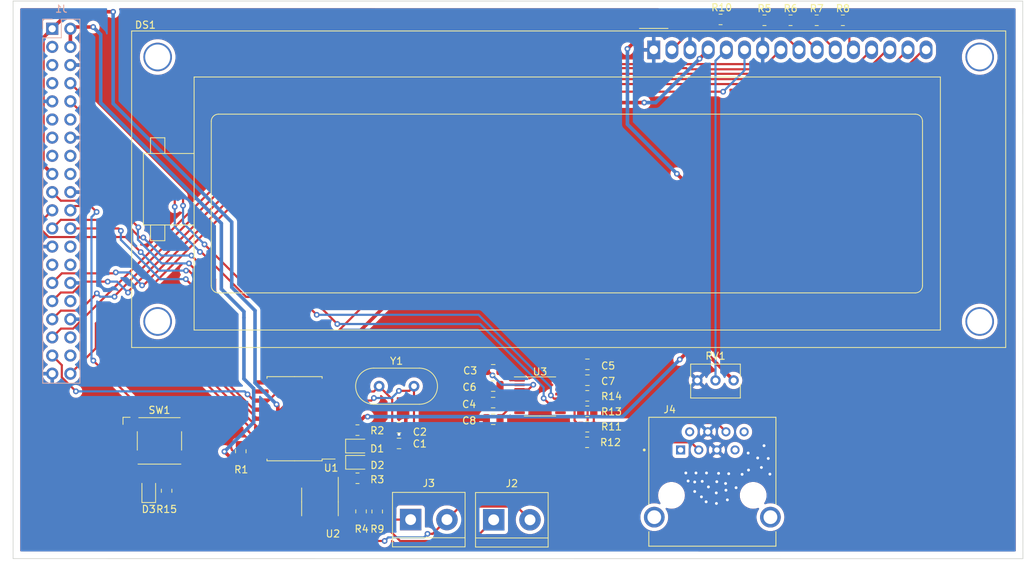
<source format=kicad_pcb>
(kicad_pcb (version 20240108) (generator "pcbnew") (generator_version "8.0")
  (layers (0 "F.Cu" signal) (31 "B.Cu" signal) (34 "B.Paste" user) (35 "F.Paste" user) (36 "B.SilkS" user "B.Silkscreen") (37 "F.SilkS" user "F.Silkscreen") (38 "B.Mask" user) (39 "F.Mask" user) (44 "Edge.Cuts" user))
  (net 0 "")
  (net 1 "GND")
  (net 2 "/OSC O{slash}P")
  (net 3 "/OSC I{slash}P")
  (net 4 "Net-(U3-C1+)")
  (net 5 "Net-(U3-C1-)")
  (net 6 "Net-(U3-C2+)")
  (net 7 "Net-(U3-C2-)")
  (net 8 "+3.3V")
  (net 9 "Net-(U3-VS+)")
  (net 10 "Net-(U3-VS-)")
  (net 11 "/RXCAN")
  (net 12 "Net-(D1-A)")
  (net 13 "/TXCAN")
  (net 14 "Net-(D2-A)")
  (net 15 "Net-(DS1-LEDA)")
  (net 16 "+3V3")
  (net 17 "Net-(DS1-Vo)")
  (net 18 "/GPIO26")
  (net 19 "/GPIO 19 (PCM_FS)")
  (net 20 "Net-(DS1-DB0)")
  (net 21 "Net-(DS1-DB1)")
  (net 22 "Net-(DS1-DB2)")
  (net 23 "Net-(DS1-DB3)")
  (net 24 "/GPIO 13 (PWM1)")
  (net 25 "/GPIO 6")
  (net 26 "/GPIO 5")
  (net 27 "/GPIO21(PCM_DOUT)")
  (net 28 "+5V")
  (net 29 "/GPIO 2 (SDA)")
  (net 30 "/GPIO 3 (SCL)")
  (net 31 "/GPIO 4 (GPCLK0)")
  (net 32 "/GPIO 14 (TXD)")
  (net 33 "/GPIO 15 (RXD)")
  (net 34 "/GPIO 17")
  (net 35 "/GPIO 18 (PCM_CLK)")
  (net 36 "/GPIO 27")
  (net 37 "/GPIO 22")
  (net 38 "/GPIO 23")
  (net 39 "/GPIO 24")
  (net 40 "/GPIO 10 (MOSI)")
  (net 41 "/GPIO 9 (MISO)")
  (net 42 "/GPIO 25")
  (net 43 "/GPIO 11 (SCLK)")
  (net 44 "/GPIO 8 (CE0)")
  (net 45 "/GPIO 7 (CE1)")
  (net 46 "/GPIO 0 (ID_SD)")
  (net 47 "/GPIO 1(ID_SC)")
  (net 48 "/GPIO 12 (PWM0)")
  (net 49 "/GPIO 16")
  (net 50 "/GPIO 20 (PCM_DIN)")
  (net 51 "/CANH")
  (net 52 "/CANL")
  (net 53 "Net-(J3-Pin_1)")
  (net 56 "Net-(J4-Pad6)")
  (net 57 "Net-(J4-Pad3)")
  (net 60 "Net-(U1-~{RESET})")
  (net 61 "Net-(U2-Rs)")
  (net 62 "Net-(U3-R1IN)")
  (net 63 "Net-(U3-T1OUT)")
  (net 64 "Net-(D3-K)")
  (net 65 "Net-(D3-A)")
  (footprint "Capacitor_SMD:C_0805_2012Metric" (layer "F.Cu") (at 101.51 94.64 180)
    (property "Reference" "C2")
    (property "Value" "27pF")
  )
  (footprint "Capacitor_SMD:C_0805_2012Metric" (layer "F.Cu") (at 114.68 91.14)
    (property "Reference" "C4")
    (property "Value" "0.47uF")
  )
  (footprint "Resistor_SMD:R_0805_2012Metric" (layer "F.Cu") (at 127.85 94.52)
    (property "Reference" "R11")
    (property "Value" "0")
  )
  (footprint "TerminalBlock:TerminalBlock_bornier-2_P5.08mm" (layer "F.Cu") (at 114.76 107.54)
    (property "Reference" "J2")
    (property "Value" "Screw_Terminal_01x02")
  )
  (footprint "Capacitor_SMD:C_0805_2012Metric" (layer "F.Cu") (at 114.69 93.48 180)
    (property "Reference" "C8")
    (property "Value" "0.47uF")
  )
  (footprint "Capacitor_SMD:C_0805_2012Metric" (layer "F.Cu") (at 101.51 96.86)
    (property "Reference" "C1")
    (property "Value" "27pF")
  )
  (footprint "Resistor_SMD:R_0805_2012Metric" (layer "F.Cu") (at 79.38 97.95 -90)
    (property "Reference" "R1")
    (property "Value" "10K")
  )
  (footprint "Package_SO:TSSOP-16_4.4x5mm_P0.65mm" (layer "F.Cu") (at 121.24 90.28)
    (property "Reference" "U3")
    (property "Value" "MAX3232")
  )
  (footprint "Package_SO:SOIC-8_3.9x4.9mm_P1.27mm" (layer "F.Cu") (at 90.455 105.035 -90)
    (property "Reference" "U2")
    (property "Value" "MCP2551-I-SN")
  )
  (footprint "Button_Switch_SMD:SW_SPST_Omron_B3FS-100xP" (layer "F.Cu") (at 68 96.5)
    (property "Reference" "SW1")
    (property "Value" "SW_Omron_B3FS")
  )
  (footprint "Capacitor_SMD:C_0805_2012Metric" (layer "F.Cu") (at 127.87 88.01)
    (property "Reference" "C7")
    (property "Value" "0.1uF")
  )
  (footprint "Capacitor_SMD:C_0805_2012Metric" (layer "F.Cu") (at 114.69 86.56 180)
    (property "Reference" "C3")
    (property "Value" "0.1uF")
  )
  (footprint "Capacitor_SMD:C_0805_2012Metric" (layer "F.Cu") (at 127.87 85.79)
    (property "Reference" "C5")
    (property "Value" "1uF")
  )
  (footprint "Resistor_SMD:R_0805_2012Metric" (layer "F.Cu") (at 98.46 106.38 -90)
    (property "Reference" "R9")
    (property "Value" "120")
  )
  (footprint "LED_SMD:LED_0805_2012Metric" (layer "F.Cu") (at 66.505 103.4375 90)
    (property "Reference" "D3")
    (property "Value" "LED")
  )
  (footprint "Resistor_SMD:R_0805_2012Metric" (layer "F.Cu") (at 96.2 106.36 90)
    (property "Reference" "R4")
    (property "Value" "10K")
  )
  (footprint "Resistor_SMD:R_0805_2012Metric" (layer "F.Cu") (at 69 103.4775 90)
    (property "Reference" "R15")
    (property "Value" "R")
  )
  (footprint "Resistor_SMD:R_0805_2012Metric" (layer "F.Cu") (at 156.29 37.66)
    (property "Reference" "R6")
    (property "Value" "10k")
  )
  (footprint "Resistor_SMD:R_0805_2012Metric" (layer "F.Cu") (at 146.5 37.54 180)
    (property "Reference" "R10")
    (property "Value" "330")
  )
  (footprint "Crystal:Crystal_HC49-4H_Vertical" (layer "F.Cu") (at 98.73 88.85)
    (property "Reference" "Y1")
    (property "Value" "8MHz")
  )
  (footprint "Resistor_SMD:R_0805_2012Metric" (layer "F.Cu") (at 127.85 92.36)
    (property "Reference" "R13")
    (property "Value" "NM")
  )
  (footprint "Potentiometer_THT:Potentiometer_Bourns_3266Y_Vertical" (layer "F.Cu") (at 148.33 88.04)
    (property "Reference" "RV1")
    (property "Value" "4.7K")
  )
  (footprint "Package_SO:SOIC-18W_7.5x11.6mm_P1.27mm" (layer "F.Cu") (at 86.9 93.4 180)
    (property "Reference" "U1")
    (property "Value" "MCP2515-xSO")
  )
  (footprint "Resistor_SMD:R_0805_2012Metric" (layer "F.Cu") (at 95.6975 94.99)
    (property "Reference" "R2")
    (property "Value" "1k")
  )
  (footprint "Resistor_SMD:R_0805_2012Metric" (layer "F.Cu") (at 152.6375 37.66)
    (property "Reference" "R5")
    (property "Value" "10k")
  )
  (footprint "Resistor_SMD:R_0805_2012Metric" (layer "F.Cu") (at 159.95 37.66)
    (property "Reference" "R7")
    (property "Value" "10k")
  )
  (footprint "Resistor_SMD:R_0805_2012Metric" (layer "F.Cu") (at 163.61 37.66)
    (property "Reference" "R8")
    (property "Value" "10k")
  )
  (footprint "LED_SMD:LED_0805_2012Metric" (layer "F.Cu") (at 95.737498 99.498332)
    (property "Reference" "D2")
    (property "Value" "LED")
  )
  (footprint "TerminalBlock:TerminalBlock_bornier-2_P5.08mm" (layer "F.Cu") (at 103.14 107.51)
    (property "Reference" "J3")
    (property "Value" "Screw_Terminal_01x02")
  )
  (footprint "Resistor_SMD:R_0805_2012Metric" (layer "F.Cu") (at 127.85 90.2)
    (property "Reference" "R14")
    (property "Value" "NM")
  )
  (footprint "Resistor_SMD:R_0805_2012Metric" (layer "F.Cu") (at 95.704166 101.73)
    (property "Reference" "R3")
    (property "Value" "1k")
  )
  (footprint "RJ45-8N-B:TE_RJ45-8N-B" (layer "F.Cu") (at 145.35 104.12)
    (property "Reference" "J4")
    (property "Value" "RJ45")
  )
  (footprint "Display:HY1602E" (layer "F.Cu") (at 137.15 41.7925)
    (property "Reference" "DS1")
    (property "Value" "HY1602E")
  )
  (footprint "Capacitor_SMD:C_0805_2012Metric" (layer "F.Cu") (at 114.69 88.833333 180)
    (property "Reference" "C6")
    (property "Value" "0.47uF")
  )
  (footprint "LED_SMD:LED_0805_2012Metric" (layer "F.Cu") (at 95.730832 97.221666)
    (property "Reference" "D1")
    (property "Value" "LED")
  )
  (footprint "Resistor_SMD:R_0805_2012Metric" (layer "F.Cu") (at 127.83 96.7)
    (property "Reference" "R12")
    (property "Value" "0")
  )
  (footprint "Connector_PinSocket_2.54mm:PinSocket_2x20_P2.54mm_Vertical" (layer "B.Cu") (at 53 38.84 180)
    (property "Reference" "J1")
    (property "Value" "Conn_02x20_Odd_Even")
  )
  (gr_line (start 188.79 112.98) (end 47.53 112.97) (stroke (width 0.1)) (layer "Edge.Cuts"))
  (gr_line (start 47.53 112.97) (end 47.53 34.97) (stroke (width 0.1)) (layer "Edge.Cuts"))
  (gr_line (start 188.77 34.98) (end 188.79 112.98) (stroke (width 0.1)) (layer "Edge.Cuts"))
  (gr_line (start 47.53 34.97) (end 188.77 34.98) (stroke (width 0.1)) (layer "Edge.Cuts"))
  (via (at 101.51 95.597336) (size 0.8) (drill 0.4) (layers "F.Cu" "B.Cu") (net 1))
  (via (at 142.88 102.25) (size 0.8) (drill 0.4) (layers "F.Cu" "B.Cu") (net 1))
  (via (at 143.06 100.99) (size 0.8) (drill 0.4) (layers "F.Cu" "B.Cu") (net 1))
  (via (at 147.25 103.4) (size 0.8) (drill 0.4) (layers "F.Cu" "B.Cu") (net 1))
  (via (at 142.88 103.58) (size 0.8) (drill 0.4) (layers "F.Cu" "B.Cu") (net 1))
  (via (at 153.17 98.96) (size 0.8) (drill 0.4) (layers "F.Cu" "B.Cu") (net 1))
  (via (at 150.36 98.2) (size 0.8) (drill 0.4) (layers "F.Cu" "B.Cu") (net 1))
  (via (at 141.96 102.11) (size 0.8) (drill 0.4) (layers "F.Cu" "B.Cu") (net 1))
  (via (at 149.51 101.18) (size 0.8) (drill 0.4) (layers "F.Cu" "B.Cu") (net 1))
  (via (at 152.58 97.17) (size 0.8) (drill 0.4) (layers "F.Cu" "B.Cu") (net 1))
  (via (at 144.48 105.02) (size 0.8) (drill 0.4) (layers "F.Cu" "B.Cu") (net 1))
  (via (at 141.64 100.99) (size 0.8) (drill 0.4) (layers "F.Cu" "B.Cu") (net 1))
  (via (at 145.97 102.21) (size 0.8) (drill 0.4) (layers "F.Cu" "B.Cu") (net 1))
  (via (at 150.41 100.58) (size 0.8) (drill 0.4) (layers "F.Cu" "B.Cu") (net 1))
  (via (at 147.45 104.75) (size 0.8) (drill 0.4) (layers "F.Cu" "B.Cu") (net 1))
  (via (at 146.22 101.04) (size 0.8) (drill 0.4) (layers "F.Cu" "B.Cu") (net 1))
  (via (at 145.92 105.25) (size 0.8) (drill 0.4) (layers "F.Cu" "B.Cu") (net 1))
  (via (at 144.8 102.94) (size 0.8) (drill 0.4) (layers "F.Cu" "B.Cu") (net 1))
  (via (at 152.21 100.22) (size 0.8) (drill 0.4) (layers "F.Cu" "B.Cu") (net 1))
  (via (at 145.9 103.78) (size 0.8) (drill 0.4) (layers "F.Cu" "B.Cu") (net 1))
  (via (at 147.64 101.09) (size 0.8) (drill 0.4) (layers "F.Cu" "B.Cu") (net 1))
  (via (at 147.2 102.46) (size 0.8) (drill 0.4) (layers "F.Cu" "B.Cu") (net 1))
  (via (at 144.53 100.99) (size 0.8) (drill 0.4) (layers "F.Cu" "B.Cu") (net 1))
  (via (at 151.69 98.89) (size 0.8) (drill 0.4) (layers "F.Cu" "B.Cu") (net 1))
  (via (at 143.82 104.33) (size 0.8) (drill 0.4) (layers "F.Cu" "B.Cu") (net 1))
  (via (at 148.67 103.05) (size 0.8) (drill 0.4) (layers "F.Cu" "B.Cu") (net 1))
  (via (at 153.4 101.15) (size 0.8) (drill 0.4) (layers "F.Cu" "B.Cu") (net 1))
  (via (at 143.93 102.16) (size 0.8) (drill 0.4) (layers "F.Cu" "B.Cu") (net 1))
  (segment (start 101.62 95.707336) (end 101.51 95.597336) (width 0.3) (layer "B.Cu") (net 1))
  (segment (start 101.62 96.18) (end 101.62 95.707336) (width 0.3) (layer "B.Cu") (net 1))
  (segment (start 97.64 90.86) (end 98 90.5) (width 0.3) (layer "F.Cu") (net 2))
  (segment (start 102.96 89.5) (end 103.61 88.85) (width 0.3) (layer "F.Cu") (net 2))
  (segment (start 103.61 88.85) (end 103.61 95.71) (width 0.3) (layer "F.Cu") (net 2))
  (segment (start 101.5 89.5) (end 102.96 89.5) (width 0.3) (layer "F.Cu") (net 2))
  (segment (start 103.61 95.71) (end 102.46 96.86) (width 0.3) (layer "F.Cu") (net 2))
  (segment (start 91.55 90.86) (end 97.64 90.86) (width 0.3) (layer "F.Cu") (net 2))
  (via (at 98 90.5) (size 0.8) (drill 0.4) (layers "F.Cu" "B.Cu") (net 2))
  (via (at 101.5 89.5) (size 0.8) (drill 0.4) (layers "F.Cu" "B.Cu") (net 2))
  (segment (start 100.5 90.5) (end 101.5 89.5) (width 0.3) (layer "B.Cu") (net 2))
  (segment (start 98 90.5) (end 100.5 90.5) (width 0.3) (layer "B.Cu") (net 2))
  (segment (start 97.99 89.59) (end 91.55 89.59) (width 0.3) (layer "F.Cu") (net 3))
  (segment (start 100.56 90.68) (end 98.73 88.85) (width 0.3) (layer "F.Cu") (net 3))
  (segment (start 98.73 88.85) (end 97.99 89.59) (width 0.3) (layer "F.Cu") (net 3))
  (segment (start 100.56 94.64) (end 100.56 90.68) (width 0.3) (layer "F.Cu") (net 3))
  (segment (start 117.085 88.005) (end 118.3775 88.005) (width 0.3) (layer "F.Cu") (net 4))
  (segment (start 115.64 86.56) (end 117.085 88.005) (width 0.3) (layer "F.Cu") (net 4))
  (segment (start 113.74 86.56) (end 113.81818 86.56) (width 0.3) (layer "F.Cu") (net 5))
  (segment (start 120.3 88.64) (end 119.635 89.305) (width 0.3) (layer "F.Cu") (net 5))
  (segment (start 119.635 89.305) (end 118.3775 89.305) (width 0.3) (layer "F.Cu") (net 5))
  (segment (start 113.81818 86.56) (end 114.58779 87.32961) (width 0.3) (layer "F.Cu") (net 5))
  (via (at 120.3 88.64) (size 0.8) (drill 0.4) (layers "F.Cu" "B.Cu") (net 5))
  (via (at 114.58779 87.32961) (size 0.8) (drill 0.4) (layers "F.Cu" "B.Cu") (net 5))
  (segment (start 114.58779 87.32961) (end 115.89818 88.64) (width 0.3) (layer "B.Cu") (net 5))
  (segment (start 115.89818 88.64) (end 120.3 88.64) (width 0.3) (layer "B.Cu") (net 5))
  (segment (start 114.915 89.955) (end 113.73 91.14) (width 0.3) (layer "F.Cu") (net 6))
  (segment (start 118.3775 89.955) (end 114.915 89.955) (width 0.3) (layer "F.Cu") (net 6))
  (segment (start 116.165 90.605) (end 115.63 91.14) (width 0.3) (layer "F.Cu") (net 7))
  (segment (start 118.3775 90.605) (end 116.165 90.605) (width 0.3) (layer "F.Cu") (net 7))
  (segment (start 126.92 85.79) (end 126.92 88.01) (width 0.5) (layer "F.Cu") (net 8))
  (segment (start 124.1025 88.005) (end 126.915 88.005) (width 0.5) (layer "F.Cu") (net 8))
  (segment (start 126.915 88.005) (end 126.92 88.01) (width 0.5) (layer "F.Cu") (net 8))
  (segment (start 115.64 88.833333) (end 115.818333 88.655) (width 0.3) (layer "F.Cu") (net 9))
  (segment (start 115.818333 88.655) (end 118.3775 88.655) (width 0.3) (layer "F.Cu") (net 9))
  (segment (start 115.64 93.255001) (end 115.64 93.48) (width 0.3) (layer "F.Cu") (net 10))
  (segment (start 118.3775 91.255) (end 117.640001 91.255) (width 0.3) (layer "F.Cu") (net 10))
  (segment (start 117.640001 91.255) (end 115.64 93.255001) (width 0.3) (layer "F.Cu") (net 10))
  (segment (start 88.55 102.56) (end 88.55 99.185001) (width 0.3) (layer "F.Cu") (net 11))
  (segment (start 94.793332 97.221666) (end 91.561666 97.221666) (width 0.3) (layer "F.Cu") (net 11))
  (segment (start 91.561666 97.221666) (end 91.55 97.21) (width 0.3) (layer "F.Cu") (net 11))
  (segment (start 88.55 99.185001) (end 90.525001 97.21) (width 0.3) (layer "F.Cu") (net 11))
  (segment (start 90.525001 97.21) (end 91.55 97.21) (width 0.3) (layer "F.Cu") (net 11))
  (segment (start 96.61 94.99) (end 96.61 97.163334) (width 0.3) (layer "F.Cu") (net 12))
  (segment (start 96.61 97.163334) (end 96.668332 97.221666) (width 0.3) (layer "F.Cu") (net 12))
  (segment (start 93.781666 98.48) (end 91.55 98.48) (width 0.3) (layer "F.Cu") (net 13))
  (segment (start 94.799998 99.498332) (end 93.781666 98.48) (width 0.3) (layer "F.Cu") (net 13))
  (segment (start 92.36 102.56) (end 92.36 99.29) (width 0.3) (layer "F.Cu") (net 13))
  (segment (start 92.36 99.29) (end 91.55 98.48) (width 0.3) (layer "F.Cu") (net 13))
  (segment (start 96.674998 101.671668) (end 96.616666 101.73) (width 0.3) (layer "F.Cu") (net 14))
  (segment (start 96.674998 99.498332) (end 96.674998 101.671668) (width 0.3) (layer "F.Cu") (net 14))
  (segment (start 139.69 40.63) (end 139.69 41.7925) (width 0.3) (layer "F.Cu") (net 15))
  (segment (start 143.9425 37.54) (end 145.5875 37.54) (width 0.3) (layer "F.Cu") (net 15))
  (segment (start 139.69 41.7925) (end 143.9425 37.54) (width 0.3) (layer "F.Cu") (net 15))
  (segment (start 84.29 97.92) (end 83.73 98.48) (width 0.5) (layer "F.Cu") (net 16))
  (segment (start 144.77 41.83) (end 143.56 43.04) (width 0.5) (layer "F.Cu") (net 16))
  (segment (start 128.01 49.17) (end 84.56 92.62) (width 0.5) (layer "F.Cu") (net 16))
  (segment (start 144.77 41.7925) (end 144.77 41.83) (width 0.5) (layer "F.Cu") (net 16))
  (segment (start 84.56 92.62) (end 84.56 91.57) (width 0.5) (layer "F.Cu") (net 16))
  (segment (start 53 38.84) (end 51.7 40.14) (width 0.5) (layer "F.Cu") (net 16))
  (segment (start 84.56 91.57) (end 84.38 91.39) (width 0.5) (layer "F.Cu") (net 16))
  (segment (start 84.56 92.62) (end 84.56 97.92) (width 0.5) (layer "F.Cu") (net 16))
  (segment (start 84.56 97.92) (end 84.29 97.92) (width 0.5) (layer "F.Cu") (net 16))
  (segment (start 61.52 36.47) (end 55.37 36.47) (width 0.5) (layer "F.Cu") (net 16))
  (segment (start 135.82 49.17) (end 128.01 49.17) (width 0.5) (layer "F.Cu") (net 16))
  (segment (start 55.37 36.47) (end 53 38.84) (width 0.5) (layer "F.Cu") (net 16))
  (segment (start 83.73 98.48) (end 82.25 98.48) (width 0.5) (layer "F.Cu") (net 16))
  (segment (start 51.7 40.14) (end 51.7 57.86) (width 0.5) (layer "F.Cu") (net 16))
  (segment (start 51.7 57.86) (end 53 59.16) (width 0.5) (layer "F.Cu") (net 16))
  (via (at 135.82 49.17) (size 0.8) (drill 0.4) (layers "F.Cu" "B.Cu") (net 16))
  (via (at 143.56 43.04) (size 0.8) (drill 0.4) (layers "F.Cu" "B.Cu") (net 16))
  (via (at 61.52 36.47) (size 0.8) (drill 0.4) (layers "F.Cu" "B.Cu") (net 16))
  (via (at 84.38 91.39) (size 0.8) (drill 0.4) (layers "F.Cu" "B.Cu") (net 16))
  (segment (start 143.56 43.04) (end 137.43 49.17) (width 0.5) (layer "B.Cu") (net 16))
  (segment (start 78.11 65.89) (end 72.55 60.33) (width 0.5) (layer "B.Cu") (net 16))
  (segment (start 78.11 75.007918) (end 78.11 65.89) (width 0.5) (layer "B.Cu") (net 16))
  (segment (start 81.37 88.38) (end 81.37 78.267918) (width 0.5) (layer "B.Cu") (net 16))
  (segment (start 81.37 78.267918) (end 78.11 75.007918) (width 0.5) (layer "B.Cu") (net 16))
  (segment (start 72.55 60.33) (end 61.52 49.3) (width 0.5) (layer "B.Cu") (net 16))
  (segment (start 84.38 91.39) (end 81.37 88.38) (width 0.5) (layer "B.Cu") (net 16))
  (segment (start 61.52 49.3) (end 61.52 36.47) (width 0.5) (layer "B.Cu") (net 16))
  (segment (start 137.43 49.17) (end 135.82 49.17) (width 0.5) (layer "B.Cu") (net 16))
  (segment (start 145.79 43.3125) (end 147.31 41.7925) (width 0.3) (layer "B.Cu") (net 17))
  (segment (start 145.79 88.04) (end 145.79 43.3125) (width 0.3) (layer "B.Cu") (net 17))
  (segment (start 56.55 89.57) (end 56.312943 89.57) (width 0.3) (layer "F.Cu") (net 18))
  (segment (start 126.484999 47.65) (end 83.274999 90.86) (width 0.3) (layer "F.Cu") (net 18))
  (segment (start 54.34 87.597057) (end 56.312943 89.57) (width 0.3) (layer "F.Cu") (net 18))
  (segment (start 81.2 90.86) (end 82.25 90.86) (width 0.3) (layer "F.Cu") (net 18))
  (segment (start 83.274999 90.86) (end 82.25 90.86) (width 0.3) (layer "F.Cu") (net 18))
  (segment (start 80.33 89.99) (end 81.2 90.86) (width 0.3) (layer "F.Cu") (net 18))
  (segment (start 54.34 85.9) (end 54.34 87.597057) (width 0.3) (layer "F.Cu") (net 18))
  (segment (start 53 84.56) (end 54.34 85.9) (width 0.3) (layer "F.Cu") (net 18))
  (segment (start 146.86 47.65) (end 126.484999 47.65) (width 0.3) (layer "F.Cu") (net 18))
  (via (at 80.33 89.99) (size 0.8) (drill 0.4) (layers "F.Cu" "B.Cu") (net 18))
  (via (at 146.86 47.65) (size 0.8) (drill 0.4) (layers "F.Cu" "B.Cu") (net 18))
  (via (at 56.312943 89.57) (size 0.8) (drill 0.4) (layers "F.Cu" "B.Cu") (net 18))
  (segment (start 149.85 44.66) (end 146.86 47.65) (width 0.3) (layer "B.Cu") (net 18))
  (segment (start 149.85 41.7925) (end 149.85 44.66) (width 0.3) (layer "B.Cu") (net 18))
  (segment (start 56.312943 89.57) (end 79.91 89.57) (width 0.3) (layer "B.Cu") (net 18))
  (segment (start 79.91 89.57) (end 80.33 89.99) (width 0.3) (layer "B.Cu") (net 18))
  (segment (start 54.23 80.79) (end 53 82.02) (width 0.3) (layer "F.Cu") (net 19))
  (segment (start 92.927057 43.79) (end 55.927057 80.79) (width 0.3) (layer "F.Cu") (net 19))
  (segment (start 55.927057 80.79) (end 54.23 80.79) (width 0.3) (layer "F.Cu") (net 19))
  (segment (start 152.9325 43.79) (end 92.927057 43.79) (width 0.3) (layer "F.Cu") (net 19))
  (segment (start 154.93 41.7925) (end 152.9325 43.79) (width 0.3) (layer "F.Cu") (net 19))
  (segment (start 153.55 37.8725) (end 157.47 41.7925) (width 0.3) (layer "F.Cu") (net 20))
  (segment (start 153.55 37.66) (end 153.55 37.8725) (width 0.3) (layer "F.Cu") (net 20))
  (segment (start 157.2025 37.66) (end 157.2025 38.985) (width 0.3) (layer "F.Cu") (net 21))
  (segment (start 157.2025 38.985) (end 160.01 41.7925) (width 0.3) (layer "F.Cu") (net 21))
  (segment (start 160.8625 40.105) (end 162.55 41.7925) (width 0.3) (layer "F.Cu") (net 22))
  (segment (start 160.8625 37.66) (end 160.8625 40.105) (width 0.3) (layer "F.Cu") (net 22))
  (segment (start 164.5225 37.66) (end 164.5225 41.225) (width 0.3) (layer "F.Cu") (net 23))
  (segment (start 164.5225 41.225) (end 165.09 41.7925) (width 0.3) (layer "F.Cu") (net 23))
  (segment (start 93.61 44.35) (end 61.71 76.25) (width 0.3) (layer "F.Cu") (net 24))
  (segment (start 164.9125 44.51) (end 141.84 44.51) (width 0.3) (layer "F.Cu") (net 24))
  (segment (start 141.84 44.51) (end 141.68 44.35) (width 0.3) (layer "F.Cu") (net 24))
  (segment (start 167.63 41.7925) (end 164.9125 44.51) (width 0.3) (layer "F.Cu") (net 24))
  (segment (start 59.24 75.86) (end 56.82 78.28) (width 0.3) (layer "F.Cu") (net 24))
  (segment (start 61.71 76.25) (end 61.71 76.33) (width 0.3) (layer "F.Cu") (net 24))
  (segment (start 54.2 78.28) (end 53 79.48) (width 0.3) (layer "F.Cu") (net 24))
  (segment (start 141.68 44.35) (end 93.61 44.35) (width 0.3) (layer "F.Cu") (net 24))
  (segment (start 56.82 78.28) (end 54.2 78.28) (width 0.3) (layer "F.Cu") (net 24))
  (via (at 59.24 75.86) (size 0.8) (drill 0.4) (layers "F.Cu" "B.Cu") (net 24))
  (via (at 61.71 76.33) (size 0.8) (drill 0.4) (layers "F.Cu" "B.Cu") (net 24))
  (segment (start 59.71 76.33) (end 59.24 75.86) (width 0.3) (layer "B.Cu") (net 24))
  (segment (start 61.71 76.33) (end 59.71 76.33) (width 0.3) (layer "B.Cu") (net 24))
  (segment (start 54.2 75.74) (end 53 76.94) (width 0.3) (layer "F.Cu") (net 25))
  (segment (start 60.76 74.22) (end 57.417057 74.22) (width 0.3) (layer "F.Cu") (net 25))
  (segment (start 94.1 45.15) (end 63.6 75.65) (width 0.3) (layer "F.Cu") (net 25))
  (segment (start 169.797767 41.7925) (end 166.440267 45.15) (width 0.3) (layer "F.Cu") (net 25))
  (segment (start 166.440267 45.15) (end 94.1 45.15) (width 0.3) (layer "F.Cu") (net 25))
  (segment (start 55.897057 75.74) (end 54.2 75.74) (width 0.3) (layer "F.Cu") (net 25))
  (segment (start 170.17 41.7925) (end 169.797767 41.7925) (width 0.3) (layer "F.Cu") (net 25))
  (segment (start 63.6 75.65) (end 63.6 75.75) (width 0.3) (layer "F.Cu") (net 25))
  (segment (start 57.417057 74.22) (end 55.897057 75.74) (width 0.3) (layer "F.Cu") (net 25))
  (segment (start 170.17 41.7925) (end 170.17 40.9925) (width 0.3) (layer "F.Cu") (net 25))
  (via (at 63.6 75.75) (size 0.8) (drill 0.4) (layers "F.Cu" "B.Cu") (net 25))
  (via (at 60.76 74.22) (size 0.8) (drill 0.4) (layers "F.Cu" "B.Cu") (net 25))
  (segment (start 63.6 75.75) (end 62.07 74.22) (width 0.3) (layer "B.Cu") (net 25))
  (segment (start 62.07 74.22) (end 60.76 74.22) (width 0.3) (layer "B.Cu") (net 25))
  (segment (start 54.34 73.06) (end 53 74.4) (width 0.3) (layer "F.Cu") (net 26))
  (segment (start 168.6425 45.86) (end 165.1 45.86) (width 0.3) (layer "F.Cu") (net 26))
  (segment (start 165.1 45.86) (end 165.07 45.89) (width 0.3) (layer "F.Cu") (net 26))
  (segment (start 172.71 41.7925) (end 168.6425 45.86) (width 0.3) (layer "F.Cu") (net 26))
  (segment (start 94.4 46.09) (end 91.78 48.71) (width 0.3) (layer "F.Cu") (net 26))
  (segment (start 65.749669 74.740331) (end 65.570331 74.740331) (width 0.3) (layer "F.Cu") (net 26))
  (segment (start 94.4 46.08) (end 94.4 46.09) (width 0.3) (layer "F.Cu") (net 26))
  (segment (start 96.12 45.89) (end 96.11 45.9) (width 0.3) (layer "F.Cu") (net 26))
  (segment (start 61.76 73.06) (end 54.34 73.06) (width 0.3) (layer "F.Cu") (net 26))
  (segment (start 84.31 56.18) (end 65.749669 74.740331) (width 0.3) (layer "F.Cu") (net 26))
  (segment (start 96.11 45.9) (end 94.58 45.9) (width 0.3) (layer "F.Cu") (net 26))
  (segment (start 165.07 45.89) (end 96.12 45.89) (width 0.3) (layer "F.Cu") (net 26))
  (segment (start 61.89 72.93) (end 61.76 73.06) (width 0.3) (layer "F.Cu") (net 26))
  (segment (start 91.78 48.71) (end 84.31 56.18) (width 0.3) (layer "F.Cu") (net 26))
  (segment (start 94.58 45.9) (end 94.4 46.08) (width 0.3) (layer "F.Cu") (net 26))
  (via (at 61.89 72.93) (size 0.8) (drill 0.4) (layers "F.Cu" "B.Cu") (net 26))
  (via (at 65.570331 74.740331) (size 0.8) (drill 0.4) (layers "F.Cu" "B.Cu") (net 26))
  (segment (start 63.76 72.93) (end 61.89 72.93) (width 0.3) (layer "B.Cu") (net 26))
  (segment (start 65.570331 74.740331) (end 63.76 72.93) (width 0.3) (layer "B.Cu") (net 26))
  (segment (start 59.1 80.06) (end 59.1 83.54) (width 0.3) (layer "F.Cu") (net 27))
  (segment (start 95.14 46.58) (end 63.76 77.96) (width 0.3) (layer "F.Cu") (net 27))
  (segment (start 174.877767 41.7925) (end 170.090267 46.58) (width 0.3) (layer "F.Cu") (net 27))
  (segment (start 175.25 41.7925) (end 174.877767 41.7925) (width 0.3) (layer "F.Cu") (net 27))
  (segment (start 59.1 83.54) (end 55.54 87.1) (width 0.3) (layer "F.Cu") (net 27))
  (segment (start 170.090267 46.58) (end 95.14 46.58) (width 0.3) (layer "F.Cu") (net 27))
  (segment (start 63.76 77.96) (end 61.2 77.96) (width 0.3) (layer "F.Cu") (net 27))
  (segment (start 61.2 77.96) (end 59.1 80.06) (width 0.3) (layer "F.Cu") (net 27))
  (segment (start 95.737498 100.784168) (end 95.737498 98.747968) (width 0.5) (layer "F.Cu") (net 28))
  (segment (start 58.73 38.6) (end 55.78 38.6) (width 0.5) (layer "F.Cu") (net 28))
  (segment (start 93.236666 103.985) (end 90.175 103.985) (width 0.5) (layer "F.Cu") (net 28))
  (segment (start 147.4125 37.54) (end 146.2625 36.39) (width 0.5) (layer "F.Cu") (net 28))
  (segment (start 94.791666 101.73) (end 95.737498 100.784168) (width 0.5) (layer "F.Cu") (net 28))
  (segment (start 142.46 83.44) (end 143.73 83.44) (width 0.5) (layer "F.Cu") (net 28))
  (segment (start 90.175 103.985) (end 89.82 103.63) (width 0.5) (layer "F.Cu") (net 28))
  (segment (start 96.665 93.11) (end 97.12 93.11) (width 0.5) (layer "F.Cu") (net 28))
  (segment (start 84.5025 103.985) (end 89.369999 103.985) (width 0.5) (layer "F.Cu") (net 28))
  (segment (start 143.73 62.47) (end 140.39 59.13) (width 0.5) (layer "F.Cu") (net 28))
  (segment (start 143.73 83.44) (end 143.73 62.47) (width 0.5) (layer "F.Cu") (net 28))
  (segment (start 94.785 94.99) (end 96.665 93.11) (width 0.5) (layer "F.Cu") (net 28))
  (segment (start 79.38 98.8625) (end 84.5025 103.985) (width 0.5) (layer "F.Cu") (net 28))
  (segment (start 140.79 85.11) (end 142.46 83.44) (width 0.5) (layer "F.Cu") (net 28))
  (segment (start 79.38 98.8625) (end 77.9625 98.8625) (width 0.5) (layer "F.Cu") (net 28))
  (segment (start 95.737498 98.747968) (end 95.730832 98.741302) (width 0.5) (layer "F.Cu") (net 28))
  (segment (start 94.791666 102.43) (end 93.236666 103.985) (width 0.5) (layer "F.Cu") (net 28))
  (segment (start 138.73 36.39) (end 133.47 41.65) (width 0.5) (layer "F.Cu") (net 28))
  (segment (start 89.82 103.63) (end 89.82 102.56) (width 0.5) (layer "F.Cu") (net 28))
  (segment (start 95.730832 98.741302) (end 95.730832 95.935832) (width 0.5) (layer "F.Cu") (net 28))
  (segment (start 89.369999 103.985) (end 89.82 103.534999) (width 0.5) (layer "F.Cu") (net 28))
  (segment (start 55.54 38.84) (end 55.54 41.38) (width 0.5) (layer "F.Cu") (net 28))
  (segment (start 95.730832 95.935832) (end 94.785 94.99) (width 0.5) (layer "F.Cu") (net 28))
  (segment (start 148.33 88.04) (end 143.73 83.44) (width 0.5) (layer "F.Cu") (net 28))
  (segment (start 77.9625 98.8625) (end 77.09 97.99) (width 0.5) (layer "F.Cu") (net 28))
  (segment (start 89.82 103.534999) (end 89.82 102.56) (width 0.5) (layer "F.Cu") (net 28))
  (segment (start 55.78 38.6) (end 55.54 38.84) (width 0.5) (layer "F.Cu") (net 28))
  (segment (start 94.791666 101.73) (end 94.791666 102.43) (width 0.5) (layer "F.Cu") (net 28))
  (segment (start 146.2625 36.39) (end 138.73 36.39) (width 0.5) (layer "F.Cu") (net 28))
  (via (at 58.73 38.6) (size 0.8) (drill 0.4) (layers "F.Cu" "B.Cu") (net 28))
  (via (at 97.12 93.11) (size 0.8) (drill 0.4) (layers "F.Cu" "B.Cu") (net 28))
  (via (at 140.39 59.13) (size 0.8) (drill 0.4) (layers "F.Cu" "B.Cu") (net 28))
  (via (at 140.79 85.11) (size 0.8) (drill 0.4) (layers "F.Cu" "B.Cu") (net 28))
  (via (at 133.47 41.65) (size 0.8) (drill 0.4) (layers "F.Cu" "B.Cu") (net 28))
  (via (at 77.09 97.99) (size 0.8) (drill 0.4) (layers "F.Cu" "B.Cu") (net 28))
  (segment (start 81.18 93.9) (end 81.18 89.17995) (width 0.5) (layer "B.Cu") (net 28))
  (segment (start 81.18 89.17995) (end 79.82 87.81995) (width 0.5) (layer "B.Cu") (net 28))
  (segment (start 77.09 97.99) (end 81.18 93.9) (width 0.5) (layer "B.Cu") (net 28))
  (segment (start 79.82 79.26) (end 79.82 78.41) (width 0.5) (layer "B.Cu") (net 28))
  (segment (start 79.82 78.41) (end 76.66 75.25) (width 0.5) (layer "B.Cu") (net 28))
  (segment (start 76.66 66.07) (end 59.78 49.19) (width 0.5) (layer "B.Cu") (net 28))
  (segment (start 97.12 93.11) (end 132.79 93.11) (width 0.5) (layer "B.Cu") (net 28))
  (segment (start 132.79 93.11) (end 140.79 85.11) (width 0.5) (layer "B.Cu") (net 28))
  (segment (start 133.47 41.65) (end 133.47 52.21) (width 0.5) (layer "B.Cu") (net 28))
  (segment (start 76.66 75.25) (end 76.66 66.07) (width 0.5) (layer "B.Cu") (net 28))
  (segment (start 133.47 52.21) (end 140.39 59.13) (width 0.5) (layer "B.Cu") (net 28))
  (segment (start 59.78 49.19) (end 59.78 39.65) (width 0.5) (layer "B.Cu") (net 28))
  (segment (start 59.78 39.65) (end 58.73 38.6) (width 0.5) (layer "B.Cu") (net 28))
  (segment (start 79.82 87.81995) (end 79.82 79.26) (width 0.5) (layer "B.Cu") (net 28))
  (segment (start 74.3 69.01) (end 80.875 75.585) (width 0.3) (layer "F.Cu") (net 32))
  (segment (start 80.875 75.585) (end 88.315 75.585) (width 0.3) (layer "F.Cu") (net 32))
  (segment (start 121.75 90.54) (end 122.465 91.255) (width 0.3) (layer "F.Cu") (net 32))
  (segment (start 122.465 91.255) (end 124.1025 91.255) (width 0.3) (layer "F.Cu") (net 32))
  (segment (start 71.3 62.22) (end 71.3 63.59) (width 0.3) (layer "F.Cu") (net 32))
  (segment (start 55.54 46.46) (end 71.3 62.22) (width 0.3) (layer "F.Cu") (net 32))
  (segment (start 88.315 75.585) (end 92.88 80.15) (width 0.3) (layer "F.Cu") (net 32))
  (via (at 74.3 69.01) (size 0.8) (drill 0.4) (layers "F.Cu" "B.Cu") (net 32))
  (via (at 71.3 63.59) (size 0.8) (drill 0.4) (layers "F.Cu" "B.Cu") (net 32))
  (via (at 92.88 80.15) (size 0.8) (drill 0.4) (layers "F.Cu" "B.Cu") (net 32))
  (via (at 121.75 90.54) (size 0.8) (drill 0.4) (layers "F.Cu" "B.Cu") (net 32))
  (segment (start 92.88 80.15) (end 112.870661 80.15) (width 0.3) (layer "B.Cu") (net 32))
  (segment (start 112.870661 80.15) (end 121.75 89.029339) (width 0.3) (layer "B.Cu") (net 32))
  (segment (start 71.3 66.01) (end 74.3 69.01) (width 0.3) (layer "B.Cu") (net 32))
  (segment (start 121.75 89.029339) (end 121.75 90.54) (width 0.3) (layer "B.Cu") (net 32))
  (segment (start 71.3 63.59) (end 71.3 66.01) (width 0.3) (layer "B.Cu") (net 32))
  (segment (start 87.5 76.36) (end 80.93 76.36) (width 0.3) (layer "F.Cu") (net 33))
  (segment (start 123.235 90.605) (end 122.76 90.13) (width 0.3) (layer "F.Cu") (net 33))
  (segment (start 70.14 62.54) (end 69.12 61.52) (width 0.3) (layer "F.Cu") (net 33))
  (segment (start 90 78.86) (end 87.5 76.36) (width 0.3) (layer "F.Cu") (net 33))
  (segment (start 80.93 76.36) (end 80.13 76.36) (width 0.3) (layer "F.Cu") (net 33))
  (segment (start 68.06 61.52) (end 55.54 49) (width 0.3) (layer "F.Cu") (net 33))
  (segment (start 73.83 70.06) (end 73.67 70.06) (width 0.3) (layer "F.Cu") (net 33))
  (segment (start 124.1025 90.605) (end 123.235 90.605) (width 0.3) (layer "F.Cu") (net 33))
  (segment (start 70.14 63.75) (end 70.14 62.54) (width 0.3) (layer "F.Cu") (net 33))
  (segment (start 69.12 61.52) (end 68.06 61.52) (width 0.3) (layer "F.Cu") (net 33))
  (segment (start 80.09 76.32) (end 73.83 70.06) (width 0.3) (layer "F.Cu") (net 33))
  (segment (start 80.13 76.36) (end 80.09 76.32) (width 0.3) (layer "F.Cu") (net 33))
  (via (at 73.67 70.06) (size 0.8) (drill 0.4) (layers "F.Cu" "B.Cu") (net 33))
  (via (at 70.14 63.75) (size 0.8) (drill 0.4) (layers "F.Cu" "B.Cu") (net 33))
  (via (at 122.76 90.13) (size 0.8) (drill 0.4) (layers "F.Cu" "B.Cu") (net 33))
  (via (at 90 78.86) (size 0.8) (drill 0.4) (layers "F.Cu" "B.Cu") (net 33))
  (segment (start 90 78.86) (end 112.64 78.86) (width 0.3) (layer "B.Cu") (net 33))
  (segment (start 70.14 66.53) (end 70.14 63.75) (width 0.3) (layer "B.Cu") (net 33))
  (segment (start 122.76 88.98) (end 122.76 90.13) (width 0.3) (layer "B.Cu") (net 33))
  (segment (start 73.67 70.06) (end 70.14 66.53) (width 0.3) (layer "B.Cu") (net 33))
  (segment (start 112.64 78.86) (end 122.76 88.98) (width 0.3) (layer "B.Cu") (net 33))
  (segment (start 54.2 62.9) (end 53 61.7) (width 0.3) (layer "F.Cu") (net 40))
  (segment (start 75.12 86.84) (end 75.12 84.23) (width 0.3) (layer "F.Cu") (net 40))
  (segment (start 75.12 74.66) (end 72.13 71.67) (width 0.3) (layer "F.Cu") (net 40))
  (segment (start 82.25 93.4) (end 81.68 93.4) (width 0.3) (layer "F.Cu") (net 40))
  (segment (start 65.05 66.62) (end 61.33 62.9) (width 0.3) (layer "F.Cu") (net 40))
  (segment (start 79.86 91.58) (end 75.12 86.84) (width 0.3) (layer "F.Cu") (net 40))
  (segment (start 75.12 84.23) (end 75.12 74.66) (width 0.3) (layer "F.Cu") (net 40))
  (segment (start 61.33 62.9) (end 54.2 62.9) (width 0.3) (layer "F.Cu") (net 40))
  (segment (start 81.68 93.4) (end 79.86 91.58) (width 0.3) (layer "F.Cu") (net 40))
  (via (at 65.05 66.62) (size 0.8) (drill 0.4) (layers "F.Cu" "B.Cu") (net 40))
  (via (at 72.13 71.67) (size 0.8) (drill 0.4) (layers "F.Cu" "B.Cu") (net 40))
  (segment (start 68.299339 71.67) (end 64.99 68.360661) (width 0.3) (layer "B.Cu") (net 40))
  (segment (start 72.13 71.67) (end 68.299339 71.67) (width 0.3) (layer "B.Cu") (net 40))
  (segment (start 64.99 68.360661) (end 64.99 66.68) (width 0.3) (layer "B.Cu") (net 40))
  (segment (start 64.99 66.68) (end 65.05 66.62) (width 0.3) (layer "B.Cu") (net 40))
  (segment (start 51.54 65.7) (end 53 64.24) (width 0.3) (layer "F.Cu") (net 41))
  (segment (start 65.38 70.09) (end 63.27 67.98) (width 0.3) (layer "F.Cu") (net 41))
  (segment (start 51.54 67.017057) (end 51.54 65.7) (width 0.3) (layer "F.Cu") (net 41))
  (segment (start 74.36 82.36) (end 74.36 74.94) (width 0.3) (layer "F.Cu") (net 41))
  (segment (start 82.25 94.67) (end 81.783738 94.67) (width 0.3) (layer "F.Cu") (net 41))
  (segment (start 72.1 72.68) (end 71.72 72.68) (width 0.3) (layer "F.Cu") (net 41))
  (segment (start 74.36 87.246262) (end 74.36 82.36) (width 0.3) (layer "F.Cu") (net 41))
  (segment (start 73.2 73.78) (end 72.1 72.68) (width 0.3) (layer "F.Cu") (net 41))
  (segment (start 63.27 67.98) (end 52.502943 67.98) (width 0.3) (layer "F.Cu") (net 41))
  (segment (start 52.502943 67.98) (end 51.54 67.017057) (width 0.3) (layer "F.Cu") (net 41))
  (segment (start 81.783738 94.67) (end 74.36 87.246262) (width 0.3) (layer "F.Cu") (net 41))
  (segment (start 74.36 74.94) (end 73.2 73.78) (width 0.3) (layer "F.Cu") (net 41))
  (via (at 65.38 70.09) (size 0.8) (drill 0.4) (layers "F.Cu" "B.Cu") (net 41))
  (via (at 71.72 72.68) (size 0.8) (drill 0.4) (layers "F.Cu" "B.Cu") (net 41))
  (segment (start 67.97 72.68) (end 65.38 70.09) (width 0.3) (layer "B.Cu") (net 41))
  (segment (start 71.72 72.68) (end 67.97 72.68) (width 0.3) (layer "B.Cu") (net 41))
  (segment (start 59.21 64.47) (end 58.38 63.64) (width 0.3) (layer "F.Cu") (net 42))
  (segment (start 56.14 63.64) (end 55.54 64.24) (width 0.3) (layer "F.Cu") (net 42))
  (segment (start 64 94.25) (end 72 94.25) (width 0.3) (layer "F.Cu") (net 42))
  (segment (start 58.38 63.64) (end 56.14 63.64) (width 0.3) (layer "F.Cu") (net 42))
  (segment (start 64 90.52) (end 58.75 85.27) (width 0.3) (layer "F.Cu") (net 42))
  (segment (start 64 94.25) (end 64 90.52) (width 0.3) (layer "F.Cu") (net 42))
  (via (at 58.75 85.27) (size 0.8) (drill 0.4) (layers "F.Cu" "B.Cu") (net 42))
  (via (at 59.21 64.47) (size 0.8) (drill 0.4) (layers "F.Cu" "B.Cu") (net 42))
  (segment (start 58.49 85.01) (end 58.49 65.19) (width 0.3) (layer "B.Cu") (net 42))
  (segment (start 58.49 65.19) (end 59.21 64.47) (width 0.3) (layer "B.Cu") (net 42))
  (segment (start 58.75 85.27) (end 58.49 85.01) (width 0.3) (layer "B.Cu") (net 42))
  (segment (start 75.79 73.89) (end 72.47 70.57) (width 0.3) (layer "F.Cu") (net 43))
  (segment (start 75.79 86.694999) (end 75.79 75.29) (width 0.3) (layer "F.Cu") (net 43))
  (segment (start 82.25 92.13) (end 81.225001 92.13) (width 0.3) (layer "F.Cu") (net 43))
  (segment (start 65.74 68.05) (end 65.26 68.05) (width 0.3) (layer "F.Cu") (net 43))
  (segment (start 75.79 75.29) (end 75.79 73.89) (width 0.3) (layer "F.Cu") (net 43))
  (segment (start 65.26 68.05) (end 62.79 65.58) (width 0.3) (layer "F.Cu") (net 43))
  (segment (start 54.2 65.58) (end 53 66.78) (width 0.3) (layer "F.Cu") (net 43))
  (segment (start 62.79 65.58) (end 54.2 65.58) (width 0.3) (layer "F.Cu") (net 43))
  (segment (start 81.225001 92.13) (end 75.79 86.694999) (width 0.3) (layer "F.Cu") (net 43))
  (via (at 72.47 70.57) (size 0.8) (drill 0.4) (layers "F.Cu" "B.Cu") (net 43))
  (via (at 65.74 68.05) (size 0.8) (drill 0.4) (layers "F.Cu" "B.Cu") (net 43))
  (segment (start 68.26 70.57) (end 65.74 68.05) (width 0.3) (layer "B.Cu") (net 43))
  (segment (start 72.47 70.57) (end 68.26 70.57) (width 0.3) (layer "B.Cu") (net 43))
  (segment (start 80.42 94.39) (end 73.56 87.53) (width 0.3) (layer "F.Cu") (net 44))
  (segment (start 73.56 87.53) (end 73.56 85.69) (width 0.3) (layer "F.Cu") (net 44))
  (segment (start 62.27 66.78) (end 55.54 66.78) (width 0.3) (layer "F.Cu") (net 44))
  (segment (start 73.56 85.69) (end 73.56 75.74) (width 0.3) (layer "F.Cu") (net 44))
  (segment (start 62.6 67.11) (end 62.27 66.78) (width 0.3) (layer "F.Cu") (net 44))
  (segment (start 73.56 75.74) (end 71.69 73.87) (width 0.3) (layer "F.Cu") (net 44))
  (segment (start 82.25 95.94) (end 81.225001 95.94) (width 0.3) (layer "F.Cu") (net 44))
  (segment (start 81.225001 95.94) (end 80.42 95.134999) (width 0.3) (layer "F.Cu") (net 44))
  (segment (start 80.42 95.134999) (end 80.42 94.39) (width 0.3) (layer "F.Cu") (net 44))
  (via (at 71.69 73.87) (size 0.8) (drill 0.4) (layers "F.Cu" "B.Cu") (net 44))
  (via (at 62.6 67.11) (size 0.8) (drill 0.4) (layers "F.Cu" "B.Cu") (net 44))
  (segment (start 62.6 68.370661) (end 62.6 67.11) (width 0.3) (layer "B.Cu") (net 44))
  (segment (start 71.69 73.87) (end 68.099339 73.87) (width 0.3) (layer "B.Cu") (net 44))
  (segment (start 68.099339 73.87) (end 62.6 68.370661) (width 0.3) (layer "B.Cu") (net 44))
  (segment (start 112 109.5) (end 111 110.5) (width 0.3) (layer "F.Cu") (net 51))
  (segment (start 111 110.5) (end 101.6675 110.5) (width 0.3) (layer "F.Cu") (net 51))
  (segment (start 112.8 109.5) (end 112 109.5) (width 0.3) (layer "F.Cu") (net 51))
  (segment (start 92.105001 109.5) (end 97.5 109.5) (width 0.3) (layer "F.Cu") (net 51))
  (segment (start 101.6675 110.5) (end 98.46 107.2925) (width 0.3) (layer "F.Cu") (net 51))
  (segment (start 91.09 108.484999) (end 92.105001 109.5) (width 0.3) (layer "F.Cu") (net 51))
  (segment (start 97.5 109.5) (end 98.46 108.54) (width 0.3) (layer "F.Cu") (net 51))
  (segment (start 91.09 107.51) (end 91.09 108.484999) (width 0.3) (layer "F.Cu") (net 51))
  (segment (start 114.76 107.54) (end 112.8 109.5) (width 0.3) (layer "F.Cu") (net 51))
  (segment (start 98.46 108.54) (end 98.46 107.2925) (width 0.3) (layer "F.Cu") (net 51))
  (segment (start 106.23 109.5) (end 105.5 109.5) (width 0.3) (layer "F.Cu") (net 52))
  (segment (start 108.22 107.51) (end 106.23 109.5) (width 0.3) (layer "F.Cu") (net 52))
  (segment (start 91.835001 110.5) (end 89.82 108.484999) (width 0.3) (layer "F.Cu") (net 52))
  (segment (start 89.82 108.484999) (end 89.82 107.51) (width 0.3) (layer "F.Cu") (net 52))
  (segment (start 99.5 110.5) (end 91.835001 110.5) (width 0.3) (layer "F.Cu") (net 52))
  (segment (start 117.99 105.69) (end 110.04 105.69) (width 0.3) (layer "F.Cu") (net 52))
  (segment (start 110.04 105.69) (end 108.22 107.51) (width 0.3) (layer "F.Cu") (net 52))
  (segment (start 119.84 107.54) (end 117.99 105.69) (width 0.3) (layer "F.Cu") (net 52))
  (via (at 105.5 109.5) (size 0.8) (drill 0.4) (layers "F.Cu" "B.Cu") (net 52))
  (via (at 99.5 110.5) (size 0.8) (drill 0.4) (layers "F.Cu" "B.Cu") (net 52))
  (segment (start 105.5 109.5) (end 105 110) (width 0.3) (layer "B.Cu") (net 52))
  (segment (start 105 110) (end 100 110) (width 0.3) (layer "B.Cu") (net 52))
  (segment (start 100 110) (end 99.5 110.5) (width 0.3) (layer "B.Cu") (net 52))
  (segment (start 100.5025 107.51) (end 98.46 105.4675) (width 0.3) (layer "F.Cu") (net 53))
  (segment (start 103.14 107.51) (end 100.5025 107.51) (width 0.3) (layer "F.Cu") (net 53))
  (segment (start 147.255 95.23) (end 146.025 94) (width 0.3) (layer "F.Cu") (net 56))
  (segment (start 128.7625 92.36) (end 128.7625 94.52) (width 0.3) (layer "F.Cu") (net 56))
  (segment (start 146.025 94) (end 129.2825 94) (width 0.3) (layer "F.Cu") (net 56))
  (segment (start 129.2825 94) (end 128.7625 94.52) (width 0.3) (layer "F.Cu") (net 56))
  (segment (start 127.9 91.0625) (end 128.7625 90.2) (width 0.3) (layer "F.Cu") (net 57))
  (segment (start 127.9 95.8575) (end 127.9 91.0625) (width 0.3) (layer "F.Cu") (net 57))
  (segment (start 128.7425 96.7) (end 127.9 95.8575) (width 0.3) (layer "F.Cu") (net 57))
  (segment (start 142.375 96.7) (end 128.7425 96.7) (width 0.3) (layer "F.Cu") (net 57))
  (segment (start 143.445 97.77) (end 142.375 96.7) (width 0.3) (layer "F.Cu") (net 57))
  (segment (start 79.5525 97.21) (end 79.38 97.0375) (width 0.3) (layer "F.Cu") (net 60))
  (segment (start 82.25 97.21) (end 79.5525 97.21) (width 0.3) (layer "F.Cu") (net 60))
  (segment (start 92.36 107.51) (end 94.4225 105.4475) (width 0.3) (layer "F.Cu") (net 61))
  (segment (start 94.4225 105.4475) (end 96.2 105.4475) (width 0.3) (layer "F.Cu") (net 61))
  (segment (start 126.9375 94.52) (end 126.075 93.6575) (width 0.3) (layer "F.Cu") (net 62))
  (segment (start 126.075 91.055) (end 124.975 89.955) (width 0.3) (layer "F.Cu") (net 62))
  (segment (start 126.075 93.6575) (end 126.075 91.055) (width 0.3) (layer "F.Cu") (net 62))
  (segment (start 126.9175 96.7) (end 126.9175 94.54) (width 0.3) (layer "F.Cu") (net 62))
  (segment (start 124.975 89.955) (end 124.1025 89.955) (width 0.3) (layer "F.Cu") (net 62))
  (segment (start 126.9175 94.54) (end 126.9375 94.52) (width 0.3) (layer "F.Cu") (net 62))
  (segment (start 126.9375 92.36) (end 126.9375 90.2) (width 0.3) (layer "F.Cu") (net 63))
  (segment (start 126.0425 89.305) (end 126.9375 90.2) (width 0.3) (layer "F.Cu") (net 63))
  (segment (start 124.1025 89.305) (end 126.0425 89.305) (width 0.3) (layer "F.Cu") (net 63))
  (segment (start 68.985 104.375) (end 69 104.39) (width 0.3) (layer "F.Cu") (net 64))
  (segment (start 66.505 104.375) (end 68.985 104.375) (width 0.3) (layer "F.Cu") (net 64))
  (segment (start 70.255 98.75) (end 72 98.75) (width 0.3) (layer "F.Cu") (net 65))
  (segment (start 64 99.995) (end 66.505 102.5) (width 0.3) (layer "F.Cu") (net 65))
  (segment (start 64 98.75) (end 64 99.995) (width 0.3) (layer "F.Cu") (net 65))
  (segment (start 66.505 102.5) (end 70.255 98.75) (width 0.3) (layer "F.Cu") (net 65))
  (zone (net 1) (net_name "GND") (layer "F.Cu") (connect_pads (clearance 0.5)) (min_thickness 0.25) (fill yes (thermal_gap 0.5) (thermal_bridge_width 0.5))
    (polygon (pts (xy 47.35 34.83) (xy 188.86 34.88) (xy 188.96 113.11) (xy 47.14 113.19)))
  )
  (zone (net 1) (net_name "GND") (layer "B.Cu") (priority 1) (connect_pads (clearance 0.5)) (min_thickness 0.25) (fill yes (thermal_gap 0.5) (thermal_bridge_width 0.5))
    (polygon (pts (xy 188.91 113.25) (xy 47.31 113.11) (xy 47.34 34.83) (xy 188.91 34.82)))
  )
)
</source>
